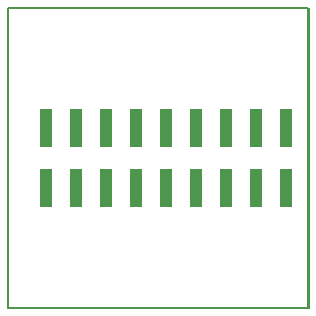
<source format=gtp>
G75*
%MOIN*%
%OFA0B0*%
%FSLAX25Y25*%
%IPPOS*%
%LPD*%
%AMOC8*
5,1,8,0,0,1.08239X$1,22.5*
%
%ADD10C,0.00000*%
%ADD11C,0.00500*%
%ADD12R,0.04000X0.13000*%
D10*
X0005829Y0005829D02*
X0005829Y0105790D01*
X0106030Y0105790D01*
X0106030Y0005829D01*
X0005829Y0005829D01*
D11*
X0105829Y0005829D01*
X0105829Y0105829D01*
X0005829Y0105829D01*
X0005829Y0005829D01*
D12*
X0018329Y0045829D03*
X0028329Y0045829D03*
X0038329Y0045829D03*
X0048329Y0045829D03*
X0058329Y0045829D03*
X0068329Y0045829D03*
X0078329Y0045829D03*
X0088329Y0045829D03*
X0098329Y0045829D03*
X0098329Y0065829D03*
X0088329Y0065829D03*
X0078329Y0065829D03*
X0068329Y0065829D03*
X0058329Y0065829D03*
X0048329Y0065829D03*
X0038329Y0065829D03*
X0028329Y0065829D03*
X0018329Y0065829D03*
M02*

</source>
